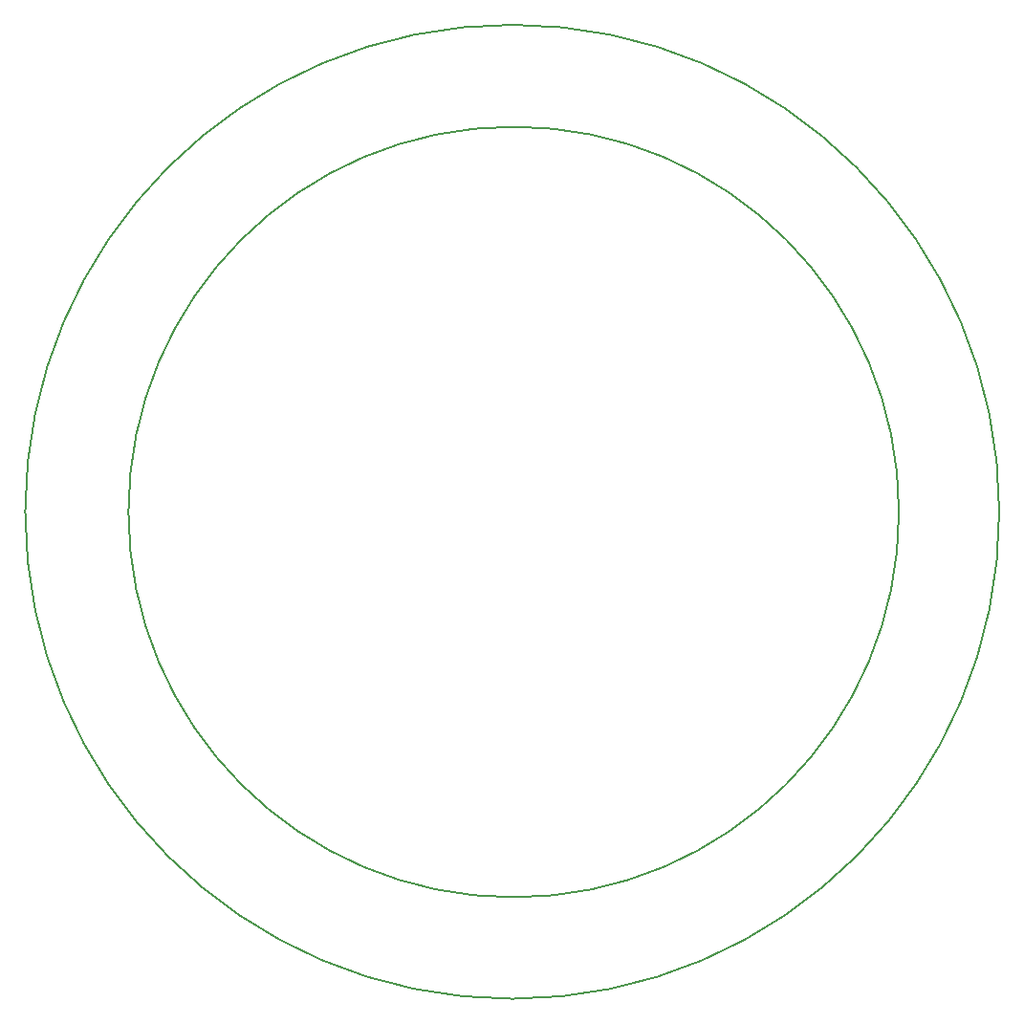
<source format=gm1>
G04 #@! TF.FileFunction,Profile,NP*
%FSLAX46Y46*%
G04 Gerber Fmt 4.6, Leading zero omitted, Abs format (unit mm)*
G04 Created by KiCad (PCBNEW 4.0.1-stable) date 1/7/2016 3:17:11 PM*
%MOMM*%
G01*
G04 APERTURE LIST*
%ADD10C,0.100000*%
%ADD11C,0.150000*%
G04 APERTURE END LIST*
D10*
D11*
X212375282Y-75420000D02*
G75*
G03X212375282Y-75420000I-34115282J0D01*
G01*
X221252936Y-75400000D02*
G75*
G03X221252936Y-75400000I-43122936J0D01*
G01*
M02*

</source>
